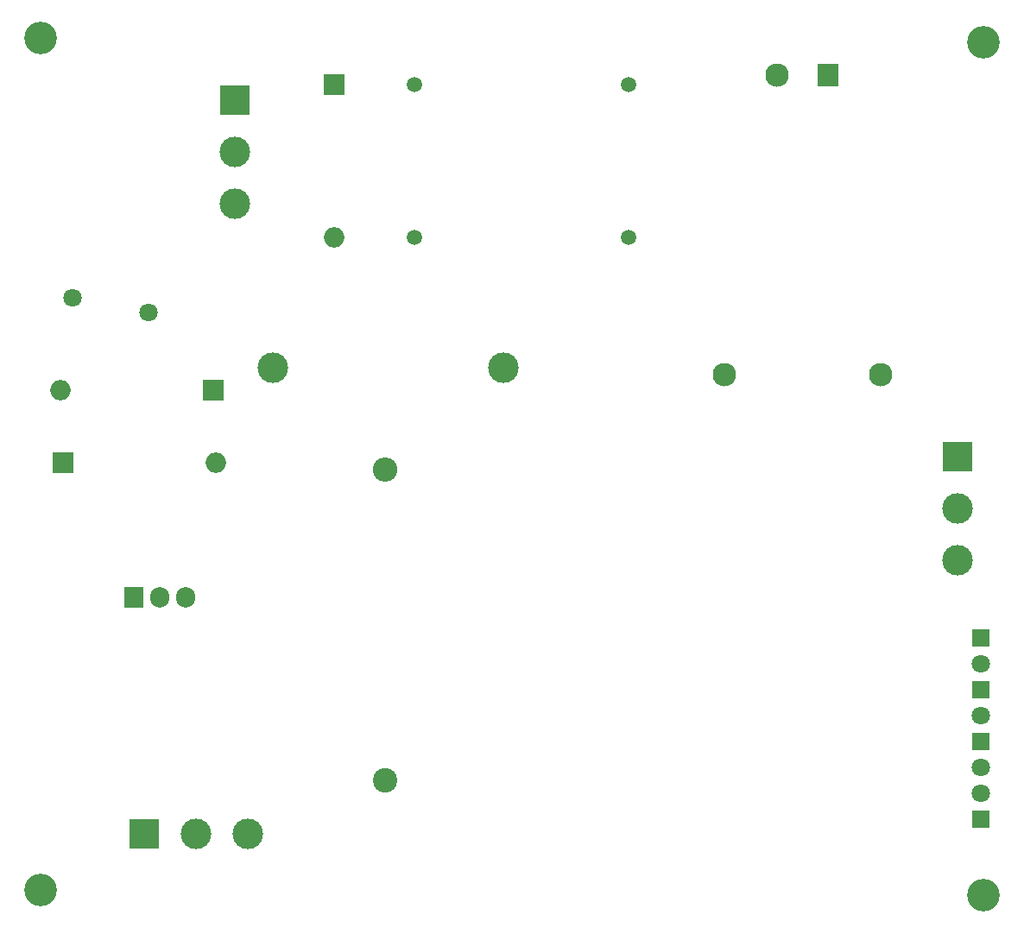
<source format=gbs>
%TF.GenerationSoftware,KiCad,Pcbnew,(6.0.4)*%
%TF.CreationDate,2022-05-12T23:34:31+02:00*%
%TF.ProjectId,projekt_1,70726f6a-656b-4745-9f31-2e6b69636164,rev?*%
%TF.SameCoordinates,Original*%
%TF.FileFunction,Soldermask,Bot*%
%TF.FilePolarity,Negative*%
%FSLAX46Y46*%
G04 Gerber Fmt 4.6, Leading zero omitted, Abs format (unit mm)*
G04 Created by KiCad (PCBNEW (6.0.4)) date 2022-05-12 23:34:31*
%MOMM*%
%LPD*%
G01*
G04 APERTURE LIST*
%ADD10C,3.000000*%
%ADD11R,1.905000X2.000000*%
%ADD12O,1.905000X2.000000*%
%ADD13C,3.200000*%
%ADD14R,1.800000X1.800000*%
%ADD15C,1.800000*%
%ADD16R,3.000000X3.000000*%
%ADD17C,1.500000*%
%ADD18R,2.000000X2.000000*%
%ADD19O,2.000000X2.000000*%
%ADD20C,2.400000*%
%ADD21O,2.400000X2.400000*%
%ADD22R,2.000000X2.300000*%
%ADD23C,2.300000*%
G04 APERTURE END LIST*
D10*
%TO.C,F2*%
X72260000Y-49733200D03*
X49660000Y-49733200D03*
%TD*%
D11*
%TO.C,Q2*%
X36042600Y-72263200D03*
D12*
X38582600Y-72263200D03*
X41122600Y-72263200D03*
%TD*%
D13*
%TO.C,H1*%
X26898600Y-17399200D03*
%TD*%
D14*
%TO.C,D2*%
X119126000Y-81280000D03*
D15*
X119126000Y-83820000D03*
%TD*%
D13*
%TO.C,H4*%
X26898600Y-100965200D03*
%TD*%
D14*
%TO.C,D3*%
X119126000Y-93980000D03*
D15*
X119126000Y-91440000D03*
%TD*%
D14*
%TO.C,D4*%
X119126000Y-76195000D03*
D15*
X119126000Y-78735000D03*
%TD*%
D16*
%TO.C,J1*%
X116814600Y-58420000D03*
D10*
X116814600Y-63500000D03*
X116814600Y-68580000D03*
%TD*%
D17*
%TO.C,FL1*%
X63510000Y-21913200D03*
X63510000Y-36913200D03*
X84510000Y-36913200D03*
X84510000Y-21913200D03*
%TD*%
D13*
%TO.C,H2*%
X119380000Y-17780000D03*
%TD*%
D14*
%TO.C,D1*%
X119126000Y-86355000D03*
D15*
X119126000Y-88895000D03*
%TD*%
D13*
%TO.C,H3*%
X119380000Y-101473200D03*
%TD*%
D18*
%TO.C,C2xclass3*%
X29050600Y-59043700D03*
D19*
X44050600Y-59043700D03*
%TD*%
D16*
%TO.C,J3*%
X37058600Y-95453200D03*
D10*
X42138600Y-95453200D03*
X47218600Y-95453200D03*
%TD*%
D18*
%TO.C,C2xclass2*%
X43796600Y-51954700D03*
D19*
X28796600Y-51954700D03*
%TD*%
D16*
%TO.C,J6*%
X45948600Y-23495200D03*
D10*
X45948600Y-28575200D03*
X45948600Y-33655200D03*
%TD*%
D20*
%TO.C,F1*%
X60706000Y-90170000D03*
D21*
X60706000Y-59690000D03*
%TD*%
D15*
%TO.C,RV1*%
X37506600Y-44261200D03*
X30006600Y-42861200D03*
%TD*%
D22*
%TO.C,PS1*%
X104100000Y-20997500D03*
D23*
X99100000Y-20997500D03*
X109300000Y-50397500D03*
X93900000Y-50397500D03*
%TD*%
D18*
%TO.C,C2xclass1*%
X55637500Y-21913200D03*
D19*
X55637500Y-36913200D03*
%TD*%
M02*

</source>
